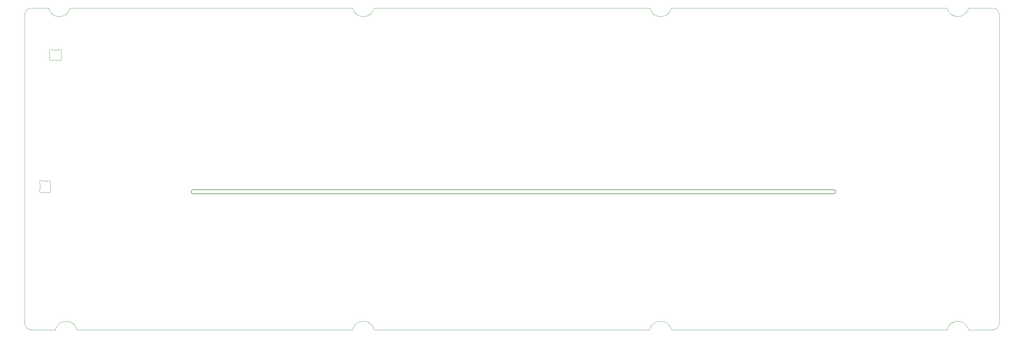
<source format=gtp>
G04 #@! TF.GenerationSoftware,KiCad,Pcbnew,(6.99.0-1912-g359c99991b)*
G04 #@! TF.CreationDate,2022-08-16T22:17:22+07:00*
G04 #@! TF.ProjectId,paws60,70617773-3630-42e6-9b69-6361645f7063,2*
G04 #@! TF.SameCoordinates,Original*
G04 #@! TF.FileFunction,Paste,Top*
G04 #@! TF.FilePolarity,Positive*
%FSLAX46Y46*%
G04 Gerber Fmt 4.6, Leading zero omitted, Abs format (unit mm)*
G04 Created by KiCad (PCBNEW (6.99.0-1912-g359c99991b)) date 2022-08-16 22:17:22*
%MOMM*%
%LPD*%
G01*
G04 APERTURE LIST*
G04 #@! TA.AperFunction,Profile*
%ADD10C,0.100000*%
G04 #@! TD*
G04 #@! TA.AperFunction,Profile*
%ADD11C,0.200000*%
G04 #@! TD*
G04 APERTURE END LIST*
D10*
X9000000Y-94200000D02*
X2000000Y-94200000D01*
X282698800Y0D02*
X275699000Y0D01*
X188898000Y-94200000D02*
G75*
G03*
X182598600Y-94200000I-3149700J-735856D01*
G01*
X7000000Y0D02*
G75*
G03*
X13299400Y0I3149700J735856D01*
G01*
X269397901Y0D02*
G75*
G03*
X275698999Y0I3150549J733157D01*
G01*
X269398000Y-94200000D02*
X188898000Y-94200000D01*
D11*
X236258010Y-54398423D02*
G75*
G03*
X236258010Y-53167777I-10J615323D01*
G01*
D10*
X2000000Y0D02*
X7000000Y0D01*
D11*
X49258010Y-53167740D02*
G75*
G03*
X49258010Y-54398460I-10J-615360D01*
G01*
D10*
X284698900Y-2000000D02*
G75*
G03*
X282698800Y0I-2000100J-100D01*
G01*
X95799400Y0D02*
G75*
G03*
X102098800Y0I3149700J735856D01*
G01*
X182598800Y0D02*
X102098800Y0D01*
D11*
X236258010Y-54398460D02*
X49258010Y-54398460D01*
D10*
X182598600Y-94200000D02*
X102098600Y-94200000D01*
X182598801Y0D02*
G75*
G03*
X188898099Y0I3149649J735845D01*
G01*
X15299299Y-94200000D02*
G75*
G03*
X9000001Y-94200000I-3149649J-735845D01*
G01*
X2000000Y0D02*
G75*
G03*
X0Y-2000000I-1J-1999999D01*
G01*
X282698800Y-94200000D02*
G75*
G03*
X284698900Y-92200000I100J2000000D01*
G01*
D11*
X236258010Y-53167777D02*
X49258010Y-53167777D01*
D10*
X275697400Y-94200000D02*
G75*
G03*
X269398000Y-94200000I-3149700J-735856D01*
G01*
X269397900Y0D02*
X188898100Y0D01*
X284698900Y-2000000D02*
X284698900Y-92200000D01*
X275697400Y-94200000D02*
X282698800Y-94200000D01*
X0Y-92200000D02*
G75*
G03*
X2000000Y-94200000I1999995J-5D01*
G01*
X102098599Y-94200000D02*
G75*
G03*
X95799301Y-94200000I-3149649J-735845D01*
G01*
X95799300Y-94200000D02*
X15299300Y-94200000D01*
X95799400Y0D02*
X13299400Y0D01*
X0Y-92200000D02*
X0Y-2000000D01*
X5297157Y-50600001D02*
X6702841Y-50600001D01*
X7499999Y-51505548D02*
X7499999Y-53094452D01*
X4500000Y-53094452D02*
X4500000Y-51505547D01*
X6702841Y-53999999D02*
X5297157Y-53999999D01*
X6702841Y-50600000D02*
G75*
G03*
X6919719Y-50550515I2J499989D01*
G01*
X7568298Y-51253289D02*
G75*
G03*
X6919718Y-50550517I-431700J252259D01*
G01*
X5080279Y-50550516D02*
G75*
G03*
X5297156Y-50600001I216876J450505D01*
G01*
X5080279Y-50550516D02*
G75*
G03*
X4431701Y-51253289I-216878J-450514D01*
G01*
X4500000Y-51505547D02*
G75*
G03*
X4431701Y-51253289I-500009J-3D01*
G01*
X7568298Y-51253289D02*
G75*
G03*
X7499999Y-51505548I431710J-252261D01*
G01*
X4431700Y-53346711D02*
G75*
G03*
X4499999Y-53094453I-431710J252261D01*
G01*
X7500000Y-53094452D02*
G75*
G03*
X7568298Y-53346710I500010J2D01*
G01*
X6919721Y-54049480D02*
G75*
G03*
X7568296Y-53346711I216879J450510D01*
G01*
X6919719Y-54049484D02*
G75*
G03*
X6702842Y-53999999I-216959J-450866D01*
G01*
X4431700Y-53346711D02*
G75*
G03*
X5080279Y-54049484I431700J-252259D01*
G01*
X5297157Y-53999987D02*
G75*
G03*
X5080279Y-54049484I143J-500513D01*
G01*
X10699999Y-13047157D02*
X10699999Y-14452841D01*
X9794452Y-15249999D02*
X8205548Y-15249999D01*
X8205548Y-12250000D02*
X9794453Y-12250000D01*
X7300001Y-14452841D02*
X7300001Y-13047157D01*
X10700000Y-14452841D02*
G75*
G03*
X10749485Y-14669719I499989J-2D01*
G01*
X10046711Y-15318298D02*
G75*
G03*
X10749483Y-14669718I252259J431700D01*
G01*
X10749484Y-12830279D02*
G75*
G03*
X10699999Y-13047156I450505J-216876D01*
G01*
X10749484Y-12830279D02*
G75*
G03*
X10046711Y-12181701I-450514J216878D01*
G01*
X9794453Y-12250000D02*
G75*
G03*
X10046711Y-12181701I-3J500009D01*
G01*
X10046711Y-15318298D02*
G75*
G03*
X9794452Y-15249999I-252261J-431710D01*
G01*
X7953289Y-12181700D02*
G75*
G03*
X8205547Y-12249999I252261J431710D01*
G01*
X8205548Y-15250000D02*
G75*
G03*
X7953290Y-15318298I2J-500010D01*
G01*
X7250520Y-14669721D02*
G75*
G03*
X7953289Y-15318296I450510J-216879D01*
G01*
X7250516Y-14669719D02*
G75*
G03*
X7300001Y-14452842I-450866J216959D01*
G01*
X7953289Y-12181700D02*
G75*
G03*
X7250516Y-12830279I-252259J-431700D01*
G01*
X7300013Y-13047157D02*
G75*
G03*
X7250516Y-12830279I-500513J-143D01*
G01*
M02*

</source>
